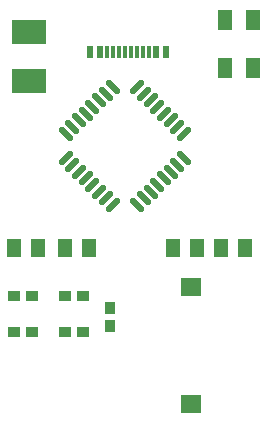
<source format=gbr>
%TF.GenerationSoftware,Altium Limited,Altium Designer,24.7.2 (38)*%
G04 Layer_Color=8421504*
%FSLAX45Y45*%
%MOMM*%
%TF.SameCoordinates,C77648C0-80D8-424D-8617-BB5A92A82554*%
%TF.FilePolarity,Positive*%
%TF.FileFunction,Paste,Top*%
%TF.Part,Single*%
G01*
G75*
%TA.AperFunction,SMDPad,CuDef*%
%ADD10R,1.00000X0.90000*%
%ADD11R,1.27000X1.52400*%
%ADD12R,0.90000X1.00000*%
%ADD13R,1.20000X1.80000*%
%ADD14R,3.00000X2.00000*%
%ADD15R,1.70000X1.50000*%
G04:AMPARAMS|DCode=16|XSize=0.55mm|YSize=1.55mm|CornerRadius=0mm|HoleSize=0mm|Usage=FLASHONLY|Rotation=225.000|XOffset=0mm|YOffset=0mm|HoleType=Round|Shape=Round|*
%AMOVALD16*
21,1,1.00000,0.55000,0.00000,0.00000,315.0*
1,1,0.55000,-0.35355,0.35355*
1,1,0.55000,0.35355,-0.35355*
%
%ADD16OVALD16*%

G04:AMPARAMS|DCode=17|XSize=0.55mm|YSize=1.55mm|CornerRadius=0mm|HoleSize=0mm|Usage=FLASHONLY|Rotation=135.000|XOffset=0mm|YOffset=0mm|HoleType=Round|Shape=Round|*
%AMOVALD17*
21,1,1.00000,0.55000,0.00000,0.00000,225.0*
1,1,0.55000,0.35355,0.35355*
1,1,0.55000,-0.35355,-0.35355*
%
%ADD17OVALD17*%

%TA.AperFunction,ConnectorPad*%
%ADD18R,0.60000X1.14000*%
%ADD19R,0.30000X1.14000*%
D10*
X965200Y889000D02*
D03*
X1117600D02*
D03*
X533400D02*
D03*
X685800D02*
D03*
X533400Y1193800D02*
D03*
X685800D02*
D03*
X965200D02*
D03*
X1117600D02*
D03*
D11*
X736600Y1600200D02*
D03*
X533400D02*
D03*
X2082800D02*
D03*
X1879600D02*
D03*
X2489200D02*
D03*
X2286000D02*
D03*
X1168400D02*
D03*
X965200D02*
D03*
D12*
X1346200Y939800D02*
D03*
Y1092200D02*
D03*
D13*
X2318400Y3527400D02*
D03*
Y3127400D02*
D03*
X2558400D02*
D03*
Y3527400D02*
D03*
D14*
X660400Y3018297D02*
D03*
Y3433303D02*
D03*
D15*
X2032000Y279400D02*
D03*
Y1269401D02*
D03*
D16*
X1577497Y1963522D02*
D03*
X1634068Y2020092D02*
D03*
X1690634Y2076658D02*
D03*
X1747205Y2133229D02*
D03*
X1803771Y2189795D02*
D03*
X1860342Y2246366D02*
D03*
X1916908Y2302932D02*
D03*
X1973478Y2359503D02*
D03*
X1368903Y2964078D02*
D03*
X1312332Y2907508D02*
D03*
X1255766Y2850942D02*
D03*
X1199195Y2794371D02*
D03*
X1142629Y2737805D02*
D03*
X1086058Y2681234D02*
D03*
X1029492Y2624668D02*
D03*
X972922Y2568097D02*
D03*
D17*
X1973478D02*
D03*
X1916908Y2624668D02*
D03*
X1860342Y2681234D02*
D03*
X1803771Y2737805D02*
D03*
X1747205Y2794371D02*
D03*
X1690634Y2850942D02*
D03*
X1634068Y2907508D02*
D03*
X1577497Y2964078D02*
D03*
X972922Y2359503D02*
D03*
X1029492Y2302932D02*
D03*
X1086058Y2246366D02*
D03*
X1142629Y2189795D02*
D03*
X1199195Y2133229D02*
D03*
X1255766Y2076658D02*
D03*
X1312332Y2020092D02*
D03*
X1368903Y1963522D02*
D03*
D18*
X1818599Y3258800D02*
D03*
X1738600D02*
D03*
X1258600D02*
D03*
X1178601D02*
D03*
D19*
X1523599D02*
D03*
X1573601D02*
D03*
X1623598D02*
D03*
X1673601D02*
D03*
X1473601D02*
D03*
X1423599D02*
D03*
X1373602D02*
D03*
X1323599D02*
D03*
%TF.MD5,fc547507df6a34896ce35ab90736d256*%
M02*

</source>
